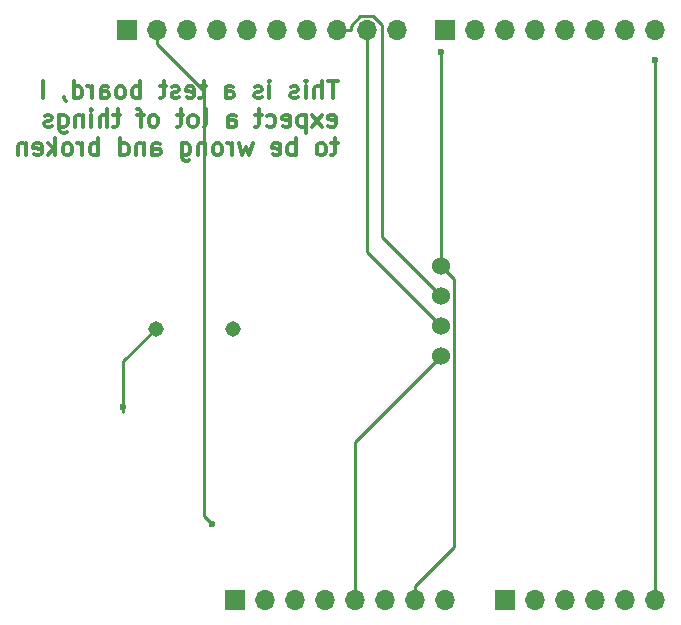
<source format=gbr>
%TF.GenerationSoftware,KiCad,Pcbnew,8.0.8*%
%TF.CreationDate,2025-02-15T02:14:19-07:00*%
%TF.ProjectId,bubble_detector_v2_shield,62756262-6c65-45f6-9465-746563746f72,rev?*%
%TF.SameCoordinates,Original*%
%TF.FileFunction,Copper,L2,Bot*%
%TF.FilePolarity,Positive*%
%FSLAX46Y46*%
G04 Gerber Fmt 4.6, Leading zero omitted, Abs format (unit mm)*
G04 Created by KiCad (PCBNEW 8.0.8) date 2025-02-15 02:14:19*
%MOMM*%
%LPD*%
G01*
G04 APERTURE LIST*
%ADD10C,0.300000*%
%TA.AperFunction,NonConductor*%
%ADD11C,0.300000*%
%TD*%
%TA.AperFunction,ComponentPad*%
%ADD12R,1.700000X1.700000*%
%TD*%
%TA.AperFunction,ComponentPad*%
%ADD13O,1.700000X1.700000*%
%TD*%
%TA.AperFunction,ComponentPad*%
%ADD14C,1.530000*%
%TD*%
%TA.AperFunction,ComponentPad*%
%ADD15C,1.308000*%
%TD*%
%TA.AperFunction,ViaPad*%
%ADD16C,0.600000*%
%TD*%
%TA.AperFunction,Conductor*%
%ADD17C,0.250000*%
%TD*%
G04 APERTURE END LIST*
D10*
D11*
X136659774Y-53470996D02*
X135802632Y-53470996D01*
X136231203Y-54970996D02*
X136231203Y-53470996D01*
X135302632Y-54970996D02*
X135302632Y-53470996D01*
X134659775Y-54970996D02*
X134659775Y-54185282D01*
X134659775Y-54185282D02*
X134731203Y-54042425D01*
X134731203Y-54042425D02*
X134874060Y-53970996D01*
X134874060Y-53970996D02*
X135088346Y-53970996D01*
X135088346Y-53970996D02*
X135231203Y-54042425D01*
X135231203Y-54042425D02*
X135302632Y-54113853D01*
X133945489Y-54970996D02*
X133945489Y-53970996D01*
X133945489Y-53470996D02*
X134016917Y-53542425D01*
X134016917Y-53542425D02*
X133945489Y-53613853D01*
X133945489Y-53613853D02*
X133874060Y-53542425D01*
X133874060Y-53542425D02*
X133945489Y-53470996D01*
X133945489Y-53470996D02*
X133945489Y-53613853D01*
X133302631Y-54899568D02*
X133159774Y-54970996D01*
X133159774Y-54970996D02*
X132874060Y-54970996D01*
X132874060Y-54970996D02*
X132731203Y-54899568D01*
X132731203Y-54899568D02*
X132659774Y-54756710D01*
X132659774Y-54756710D02*
X132659774Y-54685282D01*
X132659774Y-54685282D02*
X132731203Y-54542425D01*
X132731203Y-54542425D02*
X132874060Y-54470996D01*
X132874060Y-54470996D02*
X133088346Y-54470996D01*
X133088346Y-54470996D02*
X133231203Y-54399568D01*
X133231203Y-54399568D02*
X133302631Y-54256710D01*
X133302631Y-54256710D02*
X133302631Y-54185282D01*
X133302631Y-54185282D02*
X133231203Y-54042425D01*
X133231203Y-54042425D02*
X133088346Y-53970996D01*
X133088346Y-53970996D02*
X132874060Y-53970996D01*
X132874060Y-53970996D02*
X132731203Y-54042425D01*
X130874060Y-54970996D02*
X130874060Y-53970996D01*
X130874060Y-53470996D02*
X130945488Y-53542425D01*
X130945488Y-53542425D02*
X130874060Y-53613853D01*
X130874060Y-53613853D02*
X130802631Y-53542425D01*
X130802631Y-53542425D02*
X130874060Y-53470996D01*
X130874060Y-53470996D02*
X130874060Y-53613853D01*
X130231202Y-54899568D02*
X130088345Y-54970996D01*
X130088345Y-54970996D02*
X129802631Y-54970996D01*
X129802631Y-54970996D02*
X129659774Y-54899568D01*
X129659774Y-54899568D02*
X129588345Y-54756710D01*
X129588345Y-54756710D02*
X129588345Y-54685282D01*
X129588345Y-54685282D02*
X129659774Y-54542425D01*
X129659774Y-54542425D02*
X129802631Y-54470996D01*
X129802631Y-54470996D02*
X130016917Y-54470996D01*
X130016917Y-54470996D02*
X130159774Y-54399568D01*
X130159774Y-54399568D02*
X130231202Y-54256710D01*
X130231202Y-54256710D02*
X130231202Y-54185282D01*
X130231202Y-54185282D02*
X130159774Y-54042425D01*
X130159774Y-54042425D02*
X130016917Y-53970996D01*
X130016917Y-53970996D02*
X129802631Y-53970996D01*
X129802631Y-53970996D02*
X129659774Y-54042425D01*
X127159774Y-54970996D02*
X127159774Y-54185282D01*
X127159774Y-54185282D02*
X127231202Y-54042425D01*
X127231202Y-54042425D02*
X127374059Y-53970996D01*
X127374059Y-53970996D02*
X127659774Y-53970996D01*
X127659774Y-53970996D02*
X127802631Y-54042425D01*
X127159774Y-54899568D02*
X127302631Y-54970996D01*
X127302631Y-54970996D02*
X127659774Y-54970996D01*
X127659774Y-54970996D02*
X127802631Y-54899568D01*
X127802631Y-54899568D02*
X127874059Y-54756710D01*
X127874059Y-54756710D02*
X127874059Y-54613853D01*
X127874059Y-54613853D02*
X127802631Y-54470996D01*
X127802631Y-54470996D02*
X127659774Y-54399568D01*
X127659774Y-54399568D02*
X127302631Y-54399568D01*
X127302631Y-54399568D02*
X127159774Y-54328139D01*
X125516916Y-53970996D02*
X124945488Y-53970996D01*
X125302631Y-53470996D02*
X125302631Y-54756710D01*
X125302631Y-54756710D02*
X125231202Y-54899568D01*
X125231202Y-54899568D02*
X125088345Y-54970996D01*
X125088345Y-54970996D02*
X124945488Y-54970996D01*
X123874059Y-54899568D02*
X124016916Y-54970996D01*
X124016916Y-54970996D02*
X124302631Y-54970996D01*
X124302631Y-54970996D02*
X124445488Y-54899568D01*
X124445488Y-54899568D02*
X124516916Y-54756710D01*
X124516916Y-54756710D02*
X124516916Y-54185282D01*
X124516916Y-54185282D02*
X124445488Y-54042425D01*
X124445488Y-54042425D02*
X124302631Y-53970996D01*
X124302631Y-53970996D02*
X124016916Y-53970996D01*
X124016916Y-53970996D02*
X123874059Y-54042425D01*
X123874059Y-54042425D02*
X123802631Y-54185282D01*
X123802631Y-54185282D02*
X123802631Y-54328139D01*
X123802631Y-54328139D02*
X124516916Y-54470996D01*
X123231202Y-54899568D02*
X123088345Y-54970996D01*
X123088345Y-54970996D02*
X122802631Y-54970996D01*
X122802631Y-54970996D02*
X122659774Y-54899568D01*
X122659774Y-54899568D02*
X122588345Y-54756710D01*
X122588345Y-54756710D02*
X122588345Y-54685282D01*
X122588345Y-54685282D02*
X122659774Y-54542425D01*
X122659774Y-54542425D02*
X122802631Y-54470996D01*
X122802631Y-54470996D02*
X123016917Y-54470996D01*
X123016917Y-54470996D02*
X123159774Y-54399568D01*
X123159774Y-54399568D02*
X123231202Y-54256710D01*
X123231202Y-54256710D02*
X123231202Y-54185282D01*
X123231202Y-54185282D02*
X123159774Y-54042425D01*
X123159774Y-54042425D02*
X123016917Y-53970996D01*
X123016917Y-53970996D02*
X122802631Y-53970996D01*
X122802631Y-53970996D02*
X122659774Y-54042425D01*
X122159773Y-53970996D02*
X121588345Y-53970996D01*
X121945488Y-53470996D02*
X121945488Y-54756710D01*
X121945488Y-54756710D02*
X121874059Y-54899568D01*
X121874059Y-54899568D02*
X121731202Y-54970996D01*
X121731202Y-54970996D02*
X121588345Y-54970996D01*
X119945488Y-54970996D02*
X119945488Y-53470996D01*
X119945488Y-54042425D02*
X119802631Y-53970996D01*
X119802631Y-53970996D02*
X119516916Y-53970996D01*
X119516916Y-53970996D02*
X119374059Y-54042425D01*
X119374059Y-54042425D02*
X119302631Y-54113853D01*
X119302631Y-54113853D02*
X119231202Y-54256710D01*
X119231202Y-54256710D02*
X119231202Y-54685282D01*
X119231202Y-54685282D02*
X119302631Y-54828139D01*
X119302631Y-54828139D02*
X119374059Y-54899568D01*
X119374059Y-54899568D02*
X119516916Y-54970996D01*
X119516916Y-54970996D02*
X119802631Y-54970996D01*
X119802631Y-54970996D02*
X119945488Y-54899568D01*
X118374059Y-54970996D02*
X118516916Y-54899568D01*
X118516916Y-54899568D02*
X118588345Y-54828139D01*
X118588345Y-54828139D02*
X118659773Y-54685282D01*
X118659773Y-54685282D02*
X118659773Y-54256710D01*
X118659773Y-54256710D02*
X118588345Y-54113853D01*
X118588345Y-54113853D02*
X118516916Y-54042425D01*
X118516916Y-54042425D02*
X118374059Y-53970996D01*
X118374059Y-53970996D02*
X118159773Y-53970996D01*
X118159773Y-53970996D02*
X118016916Y-54042425D01*
X118016916Y-54042425D02*
X117945488Y-54113853D01*
X117945488Y-54113853D02*
X117874059Y-54256710D01*
X117874059Y-54256710D02*
X117874059Y-54685282D01*
X117874059Y-54685282D02*
X117945488Y-54828139D01*
X117945488Y-54828139D02*
X118016916Y-54899568D01*
X118016916Y-54899568D02*
X118159773Y-54970996D01*
X118159773Y-54970996D02*
X118374059Y-54970996D01*
X116588345Y-54970996D02*
X116588345Y-54185282D01*
X116588345Y-54185282D02*
X116659773Y-54042425D01*
X116659773Y-54042425D02*
X116802630Y-53970996D01*
X116802630Y-53970996D02*
X117088345Y-53970996D01*
X117088345Y-53970996D02*
X117231202Y-54042425D01*
X116588345Y-54899568D02*
X116731202Y-54970996D01*
X116731202Y-54970996D02*
X117088345Y-54970996D01*
X117088345Y-54970996D02*
X117231202Y-54899568D01*
X117231202Y-54899568D02*
X117302630Y-54756710D01*
X117302630Y-54756710D02*
X117302630Y-54613853D01*
X117302630Y-54613853D02*
X117231202Y-54470996D01*
X117231202Y-54470996D02*
X117088345Y-54399568D01*
X117088345Y-54399568D02*
X116731202Y-54399568D01*
X116731202Y-54399568D02*
X116588345Y-54328139D01*
X115874059Y-54970996D02*
X115874059Y-53970996D01*
X115874059Y-54256710D02*
X115802630Y-54113853D01*
X115802630Y-54113853D02*
X115731202Y-54042425D01*
X115731202Y-54042425D02*
X115588344Y-53970996D01*
X115588344Y-53970996D02*
X115445487Y-53970996D01*
X114302631Y-54970996D02*
X114302631Y-53470996D01*
X114302631Y-54899568D02*
X114445488Y-54970996D01*
X114445488Y-54970996D02*
X114731202Y-54970996D01*
X114731202Y-54970996D02*
X114874059Y-54899568D01*
X114874059Y-54899568D02*
X114945488Y-54828139D01*
X114945488Y-54828139D02*
X115016916Y-54685282D01*
X115016916Y-54685282D02*
X115016916Y-54256710D01*
X115016916Y-54256710D02*
X114945488Y-54113853D01*
X114945488Y-54113853D02*
X114874059Y-54042425D01*
X114874059Y-54042425D02*
X114731202Y-53970996D01*
X114731202Y-53970996D02*
X114445488Y-53970996D01*
X114445488Y-53970996D02*
X114302631Y-54042425D01*
X113516916Y-54899568D02*
X113516916Y-54970996D01*
X113516916Y-54970996D02*
X113588345Y-55113853D01*
X113588345Y-55113853D02*
X113659773Y-55185282D01*
X111731202Y-54970996D02*
X111731202Y-53470996D01*
X135874060Y-57314484D02*
X136016917Y-57385912D01*
X136016917Y-57385912D02*
X136302632Y-57385912D01*
X136302632Y-57385912D02*
X136445489Y-57314484D01*
X136445489Y-57314484D02*
X136516917Y-57171626D01*
X136516917Y-57171626D02*
X136516917Y-56600198D01*
X136516917Y-56600198D02*
X136445489Y-56457341D01*
X136445489Y-56457341D02*
X136302632Y-56385912D01*
X136302632Y-56385912D02*
X136016917Y-56385912D01*
X136016917Y-56385912D02*
X135874060Y-56457341D01*
X135874060Y-56457341D02*
X135802632Y-56600198D01*
X135802632Y-56600198D02*
X135802632Y-56743055D01*
X135802632Y-56743055D02*
X136516917Y-56885912D01*
X135302632Y-57385912D02*
X134516918Y-56385912D01*
X135302632Y-56385912D02*
X134516918Y-57385912D01*
X133945489Y-56385912D02*
X133945489Y-57885912D01*
X133945489Y-56457341D02*
X133802632Y-56385912D01*
X133802632Y-56385912D02*
X133516917Y-56385912D01*
X133516917Y-56385912D02*
X133374060Y-56457341D01*
X133374060Y-56457341D02*
X133302632Y-56528769D01*
X133302632Y-56528769D02*
X133231203Y-56671626D01*
X133231203Y-56671626D02*
X133231203Y-57100198D01*
X133231203Y-57100198D02*
X133302632Y-57243055D01*
X133302632Y-57243055D02*
X133374060Y-57314484D01*
X133374060Y-57314484D02*
X133516917Y-57385912D01*
X133516917Y-57385912D02*
X133802632Y-57385912D01*
X133802632Y-57385912D02*
X133945489Y-57314484D01*
X132016917Y-57314484D02*
X132159774Y-57385912D01*
X132159774Y-57385912D02*
X132445489Y-57385912D01*
X132445489Y-57385912D02*
X132588346Y-57314484D01*
X132588346Y-57314484D02*
X132659774Y-57171626D01*
X132659774Y-57171626D02*
X132659774Y-56600198D01*
X132659774Y-56600198D02*
X132588346Y-56457341D01*
X132588346Y-56457341D02*
X132445489Y-56385912D01*
X132445489Y-56385912D02*
X132159774Y-56385912D01*
X132159774Y-56385912D02*
X132016917Y-56457341D01*
X132016917Y-56457341D02*
X131945489Y-56600198D01*
X131945489Y-56600198D02*
X131945489Y-56743055D01*
X131945489Y-56743055D02*
X132659774Y-56885912D01*
X130659775Y-57314484D02*
X130802632Y-57385912D01*
X130802632Y-57385912D02*
X131088346Y-57385912D01*
X131088346Y-57385912D02*
X131231203Y-57314484D01*
X131231203Y-57314484D02*
X131302632Y-57243055D01*
X131302632Y-57243055D02*
X131374060Y-57100198D01*
X131374060Y-57100198D02*
X131374060Y-56671626D01*
X131374060Y-56671626D02*
X131302632Y-56528769D01*
X131302632Y-56528769D02*
X131231203Y-56457341D01*
X131231203Y-56457341D02*
X131088346Y-56385912D01*
X131088346Y-56385912D02*
X130802632Y-56385912D01*
X130802632Y-56385912D02*
X130659775Y-56457341D01*
X130231203Y-56385912D02*
X129659775Y-56385912D01*
X130016918Y-55885912D02*
X130016918Y-57171626D01*
X130016918Y-57171626D02*
X129945489Y-57314484D01*
X129945489Y-57314484D02*
X129802632Y-57385912D01*
X129802632Y-57385912D02*
X129659775Y-57385912D01*
X127374061Y-57385912D02*
X127374061Y-56600198D01*
X127374061Y-56600198D02*
X127445489Y-56457341D01*
X127445489Y-56457341D02*
X127588346Y-56385912D01*
X127588346Y-56385912D02*
X127874061Y-56385912D01*
X127874061Y-56385912D02*
X128016918Y-56457341D01*
X127374061Y-57314484D02*
X127516918Y-57385912D01*
X127516918Y-57385912D02*
X127874061Y-57385912D01*
X127874061Y-57385912D02*
X128016918Y-57314484D01*
X128016918Y-57314484D02*
X128088346Y-57171626D01*
X128088346Y-57171626D02*
X128088346Y-57028769D01*
X128088346Y-57028769D02*
X128016918Y-56885912D01*
X128016918Y-56885912D02*
X127874061Y-56814484D01*
X127874061Y-56814484D02*
X127516918Y-56814484D01*
X127516918Y-56814484D02*
X127374061Y-56743055D01*
X125302632Y-57385912D02*
X125445489Y-57314484D01*
X125445489Y-57314484D02*
X125516918Y-57171626D01*
X125516918Y-57171626D02*
X125516918Y-55885912D01*
X124516918Y-57385912D02*
X124659775Y-57314484D01*
X124659775Y-57314484D02*
X124731204Y-57243055D01*
X124731204Y-57243055D02*
X124802632Y-57100198D01*
X124802632Y-57100198D02*
X124802632Y-56671626D01*
X124802632Y-56671626D02*
X124731204Y-56528769D01*
X124731204Y-56528769D02*
X124659775Y-56457341D01*
X124659775Y-56457341D02*
X124516918Y-56385912D01*
X124516918Y-56385912D02*
X124302632Y-56385912D01*
X124302632Y-56385912D02*
X124159775Y-56457341D01*
X124159775Y-56457341D02*
X124088347Y-56528769D01*
X124088347Y-56528769D02*
X124016918Y-56671626D01*
X124016918Y-56671626D02*
X124016918Y-57100198D01*
X124016918Y-57100198D02*
X124088347Y-57243055D01*
X124088347Y-57243055D02*
X124159775Y-57314484D01*
X124159775Y-57314484D02*
X124302632Y-57385912D01*
X124302632Y-57385912D02*
X124516918Y-57385912D01*
X123588346Y-56385912D02*
X123016918Y-56385912D01*
X123374061Y-55885912D02*
X123374061Y-57171626D01*
X123374061Y-57171626D02*
X123302632Y-57314484D01*
X123302632Y-57314484D02*
X123159775Y-57385912D01*
X123159775Y-57385912D02*
X123016918Y-57385912D01*
X121159775Y-57385912D02*
X121302632Y-57314484D01*
X121302632Y-57314484D02*
X121374061Y-57243055D01*
X121374061Y-57243055D02*
X121445489Y-57100198D01*
X121445489Y-57100198D02*
X121445489Y-56671626D01*
X121445489Y-56671626D02*
X121374061Y-56528769D01*
X121374061Y-56528769D02*
X121302632Y-56457341D01*
X121302632Y-56457341D02*
X121159775Y-56385912D01*
X121159775Y-56385912D02*
X120945489Y-56385912D01*
X120945489Y-56385912D02*
X120802632Y-56457341D01*
X120802632Y-56457341D02*
X120731204Y-56528769D01*
X120731204Y-56528769D02*
X120659775Y-56671626D01*
X120659775Y-56671626D02*
X120659775Y-57100198D01*
X120659775Y-57100198D02*
X120731204Y-57243055D01*
X120731204Y-57243055D02*
X120802632Y-57314484D01*
X120802632Y-57314484D02*
X120945489Y-57385912D01*
X120945489Y-57385912D02*
X121159775Y-57385912D01*
X120231203Y-56385912D02*
X119659775Y-56385912D01*
X120016918Y-57385912D02*
X120016918Y-56100198D01*
X120016918Y-56100198D02*
X119945489Y-55957341D01*
X119945489Y-55957341D02*
X119802632Y-55885912D01*
X119802632Y-55885912D02*
X119659775Y-55885912D01*
X118231203Y-56385912D02*
X117659775Y-56385912D01*
X118016918Y-55885912D02*
X118016918Y-57171626D01*
X118016918Y-57171626D02*
X117945489Y-57314484D01*
X117945489Y-57314484D02*
X117802632Y-57385912D01*
X117802632Y-57385912D02*
X117659775Y-57385912D01*
X117159775Y-57385912D02*
X117159775Y-55885912D01*
X116516918Y-57385912D02*
X116516918Y-56600198D01*
X116516918Y-56600198D02*
X116588346Y-56457341D01*
X116588346Y-56457341D02*
X116731203Y-56385912D01*
X116731203Y-56385912D02*
X116945489Y-56385912D01*
X116945489Y-56385912D02*
X117088346Y-56457341D01*
X117088346Y-56457341D02*
X117159775Y-56528769D01*
X115802632Y-57385912D02*
X115802632Y-56385912D01*
X115802632Y-55885912D02*
X115874060Y-55957341D01*
X115874060Y-55957341D02*
X115802632Y-56028769D01*
X115802632Y-56028769D02*
X115731203Y-55957341D01*
X115731203Y-55957341D02*
X115802632Y-55885912D01*
X115802632Y-55885912D02*
X115802632Y-56028769D01*
X115088346Y-56385912D02*
X115088346Y-57385912D01*
X115088346Y-56528769D02*
X115016917Y-56457341D01*
X115016917Y-56457341D02*
X114874060Y-56385912D01*
X114874060Y-56385912D02*
X114659774Y-56385912D01*
X114659774Y-56385912D02*
X114516917Y-56457341D01*
X114516917Y-56457341D02*
X114445489Y-56600198D01*
X114445489Y-56600198D02*
X114445489Y-57385912D01*
X113088346Y-56385912D02*
X113088346Y-57600198D01*
X113088346Y-57600198D02*
X113159774Y-57743055D01*
X113159774Y-57743055D02*
X113231203Y-57814484D01*
X113231203Y-57814484D02*
X113374060Y-57885912D01*
X113374060Y-57885912D02*
X113588346Y-57885912D01*
X113588346Y-57885912D02*
X113731203Y-57814484D01*
X113088346Y-57314484D02*
X113231203Y-57385912D01*
X113231203Y-57385912D02*
X113516917Y-57385912D01*
X113516917Y-57385912D02*
X113659774Y-57314484D01*
X113659774Y-57314484D02*
X113731203Y-57243055D01*
X113731203Y-57243055D02*
X113802631Y-57100198D01*
X113802631Y-57100198D02*
X113802631Y-56671626D01*
X113802631Y-56671626D02*
X113731203Y-56528769D01*
X113731203Y-56528769D02*
X113659774Y-56457341D01*
X113659774Y-56457341D02*
X113516917Y-56385912D01*
X113516917Y-56385912D02*
X113231203Y-56385912D01*
X113231203Y-56385912D02*
X113088346Y-56457341D01*
X112445488Y-57314484D02*
X112302631Y-57385912D01*
X112302631Y-57385912D02*
X112016917Y-57385912D01*
X112016917Y-57385912D02*
X111874060Y-57314484D01*
X111874060Y-57314484D02*
X111802631Y-57171626D01*
X111802631Y-57171626D02*
X111802631Y-57100198D01*
X111802631Y-57100198D02*
X111874060Y-56957341D01*
X111874060Y-56957341D02*
X112016917Y-56885912D01*
X112016917Y-56885912D02*
X112231203Y-56885912D01*
X112231203Y-56885912D02*
X112374060Y-56814484D01*
X112374060Y-56814484D02*
X112445488Y-56671626D01*
X112445488Y-56671626D02*
X112445488Y-56600198D01*
X112445488Y-56600198D02*
X112374060Y-56457341D01*
X112374060Y-56457341D02*
X112231203Y-56385912D01*
X112231203Y-56385912D02*
X112016917Y-56385912D01*
X112016917Y-56385912D02*
X111874060Y-56457341D01*
X136659774Y-58800828D02*
X136088346Y-58800828D01*
X136445489Y-58300828D02*
X136445489Y-59586542D01*
X136445489Y-59586542D02*
X136374060Y-59729400D01*
X136374060Y-59729400D02*
X136231203Y-59800828D01*
X136231203Y-59800828D02*
X136088346Y-59800828D01*
X135374060Y-59800828D02*
X135516917Y-59729400D01*
X135516917Y-59729400D02*
X135588346Y-59657971D01*
X135588346Y-59657971D02*
X135659774Y-59515114D01*
X135659774Y-59515114D02*
X135659774Y-59086542D01*
X135659774Y-59086542D02*
X135588346Y-58943685D01*
X135588346Y-58943685D02*
X135516917Y-58872257D01*
X135516917Y-58872257D02*
X135374060Y-58800828D01*
X135374060Y-58800828D02*
X135159774Y-58800828D01*
X135159774Y-58800828D02*
X135016917Y-58872257D01*
X135016917Y-58872257D02*
X134945489Y-58943685D01*
X134945489Y-58943685D02*
X134874060Y-59086542D01*
X134874060Y-59086542D02*
X134874060Y-59515114D01*
X134874060Y-59515114D02*
X134945489Y-59657971D01*
X134945489Y-59657971D02*
X135016917Y-59729400D01*
X135016917Y-59729400D02*
X135159774Y-59800828D01*
X135159774Y-59800828D02*
X135374060Y-59800828D01*
X133088346Y-59800828D02*
X133088346Y-58300828D01*
X133088346Y-58872257D02*
X132945489Y-58800828D01*
X132945489Y-58800828D02*
X132659774Y-58800828D01*
X132659774Y-58800828D02*
X132516917Y-58872257D01*
X132516917Y-58872257D02*
X132445489Y-58943685D01*
X132445489Y-58943685D02*
X132374060Y-59086542D01*
X132374060Y-59086542D02*
X132374060Y-59515114D01*
X132374060Y-59515114D02*
X132445489Y-59657971D01*
X132445489Y-59657971D02*
X132516917Y-59729400D01*
X132516917Y-59729400D02*
X132659774Y-59800828D01*
X132659774Y-59800828D02*
X132945489Y-59800828D01*
X132945489Y-59800828D02*
X133088346Y-59729400D01*
X131159774Y-59729400D02*
X131302631Y-59800828D01*
X131302631Y-59800828D02*
X131588346Y-59800828D01*
X131588346Y-59800828D02*
X131731203Y-59729400D01*
X131731203Y-59729400D02*
X131802631Y-59586542D01*
X131802631Y-59586542D02*
X131802631Y-59015114D01*
X131802631Y-59015114D02*
X131731203Y-58872257D01*
X131731203Y-58872257D02*
X131588346Y-58800828D01*
X131588346Y-58800828D02*
X131302631Y-58800828D01*
X131302631Y-58800828D02*
X131159774Y-58872257D01*
X131159774Y-58872257D02*
X131088346Y-59015114D01*
X131088346Y-59015114D02*
X131088346Y-59157971D01*
X131088346Y-59157971D02*
X131802631Y-59300828D01*
X129445489Y-58800828D02*
X129159775Y-59800828D01*
X129159775Y-59800828D02*
X128874060Y-59086542D01*
X128874060Y-59086542D02*
X128588346Y-59800828D01*
X128588346Y-59800828D02*
X128302632Y-58800828D01*
X127731203Y-59800828D02*
X127731203Y-58800828D01*
X127731203Y-59086542D02*
X127659774Y-58943685D01*
X127659774Y-58943685D02*
X127588346Y-58872257D01*
X127588346Y-58872257D02*
X127445488Y-58800828D01*
X127445488Y-58800828D02*
X127302631Y-58800828D01*
X126588346Y-59800828D02*
X126731203Y-59729400D01*
X126731203Y-59729400D02*
X126802632Y-59657971D01*
X126802632Y-59657971D02*
X126874060Y-59515114D01*
X126874060Y-59515114D02*
X126874060Y-59086542D01*
X126874060Y-59086542D02*
X126802632Y-58943685D01*
X126802632Y-58943685D02*
X126731203Y-58872257D01*
X126731203Y-58872257D02*
X126588346Y-58800828D01*
X126588346Y-58800828D02*
X126374060Y-58800828D01*
X126374060Y-58800828D02*
X126231203Y-58872257D01*
X126231203Y-58872257D02*
X126159775Y-58943685D01*
X126159775Y-58943685D02*
X126088346Y-59086542D01*
X126088346Y-59086542D02*
X126088346Y-59515114D01*
X126088346Y-59515114D02*
X126159775Y-59657971D01*
X126159775Y-59657971D02*
X126231203Y-59729400D01*
X126231203Y-59729400D02*
X126374060Y-59800828D01*
X126374060Y-59800828D02*
X126588346Y-59800828D01*
X125445489Y-58800828D02*
X125445489Y-59800828D01*
X125445489Y-58943685D02*
X125374060Y-58872257D01*
X125374060Y-58872257D02*
X125231203Y-58800828D01*
X125231203Y-58800828D02*
X125016917Y-58800828D01*
X125016917Y-58800828D02*
X124874060Y-58872257D01*
X124874060Y-58872257D02*
X124802632Y-59015114D01*
X124802632Y-59015114D02*
X124802632Y-59800828D01*
X123445489Y-58800828D02*
X123445489Y-60015114D01*
X123445489Y-60015114D02*
X123516917Y-60157971D01*
X123516917Y-60157971D02*
X123588346Y-60229400D01*
X123588346Y-60229400D02*
X123731203Y-60300828D01*
X123731203Y-60300828D02*
X123945489Y-60300828D01*
X123945489Y-60300828D02*
X124088346Y-60229400D01*
X123445489Y-59729400D02*
X123588346Y-59800828D01*
X123588346Y-59800828D02*
X123874060Y-59800828D01*
X123874060Y-59800828D02*
X124016917Y-59729400D01*
X124016917Y-59729400D02*
X124088346Y-59657971D01*
X124088346Y-59657971D02*
X124159774Y-59515114D01*
X124159774Y-59515114D02*
X124159774Y-59086542D01*
X124159774Y-59086542D02*
X124088346Y-58943685D01*
X124088346Y-58943685D02*
X124016917Y-58872257D01*
X124016917Y-58872257D02*
X123874060Y-58800828D01*
X123874060Y-58800828D02*
X123588346Y-58800828D01*
X123588346Y-58800828D02*
X123445489Y-58872257D01*
X120945489Y-59800828D02*
X120945489Y-59015114D01*
X120945489Y-59015114D02*
X121016917Y-58872257D01*
X121016917Y-58872257D02*
X121159774Y-58800828D01*
X121159774Y-58800828D02*
X121445489Y-58800828D01*
X121445489Y-58800828D02*
X121588346Y-58872257D01*
X120945489Y-59729400D02*
X121088346Y-59800828D01*
X121088346Y-59800828D02*
X121445489Y-59800828D01*
X121445489Y-59800828D02*
X121588346Y-59729400D01*
X121588346Y-59729400D02*
X121659774Y-59586542D01*
X121659774Y-59586542D02*
X121659774Y-59443685D01*
X121659774Y-59443685D02*
X121588346Y-59300828D01*
X121588346Y-59300828D02*
X121445489Y-59229400D01*
X121445489Y-59229400D02*
X121088346Y-59229400D01*
X121088346Y-59229400D02*
X120945489Y-59157971D01*
X120231203Y-58800828D02*
X120231203Y-59800828D01*
X120231203Y-58943685D02*
X120159774Y-58872257D01*
X120159774Y-58872257D02*
X120016917Y-58800828D01*
X120016917Y-58800828D02*
X119802631Y-58800828D01*
X119802631Y-58800828D02*
X119659774Y-58872257D01*
X119659774Y-58872257D02*
X119588346Y-59015114D01*
X119588346Y-59015114D02*
X119588346Y-59800828D01*
X118231203Y-59800828D02*
X118231203Y-58300828D01*
X118231203Y-59729400D02*
X118374060Y-59800828D01*
X118374060Y-59800828D02*
X118659774Y-59800828D01*
X118659774Y-59800828D02*
X118802631Y-59729400D01*
X118802631Y-59729400D02*
X118874060Y-59657971D01*
X118874060Y-59657971D02*
X118945488Y-59515114D01*
X118945488Y-59515114D02*
X118945488Y-59086542D01*
X118945488Y-59086542D02*
X118874060Y-58943685D01*
X118874060Y-58943685D02*
X118802631Y-58872257D01*
X118802631Y-58872257D02*
X118659774Y-58800828D01*
X118659774Y-58800828D02*
X118374060Y-58800828D01*
X118374060Y-58800828D02*
X118231203Y-58872257D01*
X116374060Y-59800828D02*
X116374060Y-58300828D01*
X116374060Y-58872257D02*
X116231203Y-58800828D01*
X116231203Y-58800828D02*
X115945488Y-58800828D01*
X115945488Y-58800828D02*
X115802631Y-58872257D01*
X115802631Y-58872257D02*
X115731203Y-58943685D01*
X115731203Y-58943685D02*
X115659774Y-59086542D01*
X115659774Y-59086542D02*
X115659774Y-59515114D01*
X115659774Y-59515114D02*
X115731203Y-59657971D01*
X115731203Y-59657971D02*
X115802631Y-59729400D01*
X115802631Y-59729400D02*
X115945488Y-59800828D01*
X115945488Y-59800828D02*
X116231203Y-59800828D01*
X116231203Y-59800828D02*
X116374060Y-59729400D01*
X115016917Y-59800828D02*
X115016917Y-58800828D01*
X115016917Y-59086542D02*
X114945488Y-58943685D01*
X114945488Y-58943685D02*
X114874060Y-58872257D01*
X114874060Y-58872257D02*
X114731202Y-58800828D01*
X114731202Y-58800828D02*
X114588345Y-58800828D01*
X113874060Y-59800828D02*
X114016917Y-59729400D01*
X114016917Y-59729400D02*
X114088346Y-59657971D01*
X114088346Y-59657971D02*
X114159774Y-59515114D01*
X114159774Y-59515114D02*
X114159774Y-59086542D01*
X114159774Y-59086542D02*
X114088346Y-58943685D01*
X114088346Y-58943685D02*
X114016917Y-58872257D01*
X114016917Y-58872257D02*
X113874060Y-58800828D01*
X113874060Y-58800828D02*
X113659774Y-58800828D01*
X113659774Y-58800828D02*
X113516917Y-58872257D01*
X113516917Y-58872257D02*
X113445489Y-58943685D01*
X113445489Y-58943685D02*
X113374060Y-59086542D01*
X113374060Y-59086542D02*
X113374060Y-59515114D01*
X113374060Y-59515114D02*
X113445489Y-59657971D01*
X113445489Y-59657971D02*
X113516917Y-59729400D01*
X113516917Y-59729400D02*
X113659774Y-59800828D01*
X113659774Y-59800828D02*
X113874060Y-59800828D01*
X112731203Y-59800828D02*
X112731203Y-58300828D01*
X112588346Y-59229400D02*
X112159774Y-59800828D01*
X112159774Y-58800828D02*
X112731203Y-59372257D01*
X110945488Y-59729400D02*
X111088345Y-59800828D01*
X111088345Y-59800828D02*
X111374060Y-59800828D01*
X111374060Y-59800828D02*
X111516917Y-59729400D01*
X111516917Y-59729400D02*
X111588345Y-59586542D01*
X111588345Y-59586542D02*
X111588345Y-59015114D01*
X111588345Y-59015114D02*
X111516917Y-58872257D01*
X111516917Y-58872257D02*
X111374060Y-58800828D01*
X111374060Y-58800828D02*
X111088345Y-58800828D01*
X111088345Y-58800828D02*
X110945488Y-58872257D01*
X110945488Y-58872257D02*
X110874060Y-59015114D01*
X110874060Y-59015114D02*
X110874060Y-59157971D01*
X110874060Y-59157971D02*
X111588345Y-59300828D01*
X110231203Y-58800828D02*
X110231203Y-59800828D01*
X110231203Y-58943685D02*
X110159774Y-58872257D01*
X110159774Y-58872257D02*
X110016917Y-58800828D01*
X110016917Y-58800828D02*
X109802631Y-58800828D01*
X109802631Y-58800828D02*
X109659774Y-58872257D01*
X109659774Y-58872257D02*
X109588346Y-59015114D01*
X109588346Y-59015114D02*
X109588346Y-59800828D01*
D12*
%TO.P,J1,1,Pin_1*%
%TO.N,unconnected-(J1-Pin_1-Pad1)*%
X127940000Y-97460000D03*
D13*
%TO.P,J1,2,Pin_2*%
%TO.N,/IOREF*%
X130480000Y-97460000D03*
%TO.P,J1,3,Pin_3*%
%TO.N,/~{RESET}*%
X133020000Y-97460000D03*
%TO.P,J1,4,Pin_4*%
%TO.N,+3V3*%
X135560000Y-97460000D03*
%TO.P,J1,5,Pin_5*%
%TO.N,N/C*%
X138100000Y-97460000D03*
%TO.P,J1,6,Pin_6*%
%TO.N,GND*%
X140640000Y-97460000D03*
%TO.P,J1,7,Pin_7*%
X143180000Y-97460000D03*
%TO.P,J1,8,Pin_8*%
%TO.N,VCC*%
X145720000Y-97460000D03*
%TD*%
D12*
%TO.P,J3,1,Pin_1*%
%TO.N,/A0*%
X150800000Y-97460000D03*
D13*
%TO.P,J3,2,Pin_2*%
%TO.N,/A1*%
X153340000Y-97460000D03*
%TO.P,J3,3,Pin_3*%
%TO.N,/A2*%
X155880000Y-97460000D03*
%TO.P,J3,4,Pin_4*%
%TO.N,/A3*%
X158420000Y-97460000D03*
%TO.P,J3,5,Pin_5*%
%TO.N,/SDA{slash}A4*%
X160960000Y-97460000D03*
%TO.P,J3,6,Pin_6*%
%TO.N,/SCL{slash}A5*%
X163500000Y-97460000D03*
%TD*%
D12*
%TO.P,J2,1,Pin_1*%
%TO.N,/SCL{slash}A5*%
X118796000Y-49200000D03*
D13*
%TO.P,J2,2,Pin_2*%
%TO.N,/SDA{slash}A4*%
X121336000Y-49200000D03*
%TO.P,J2,3,Pin_3*%
%TO.N,/AREF*%
X123876000Y-49200000D03*
%TO.P,J2,4,Pin_4*%
%TO.N,GND*%
X126416000Y-49200000D03*
%TO.P,J2,5,Pin_5*%
%TO.N,/13*%
X128956000Y-49200000D03*
%TO.P,J2,6,Pin_6*%
%TO.N,/12*%
X131496000Y-49200000D03*
%TO.P,J2,7,Pin_7*%
%TO.N,/\u002A11*%
X134036000Y-49200000D03*
%TO.P,J2,8,Pin_8*%
%TO.N,/\u002A10*%
X136576000Y-49200000D03*
%TO.P,J2,9,Pin_9*%
%TO.N,/\u002A9*%
X139116000Y-49200000D03*
%TO.P,J2,10,Pin_10*%
%TO.N,/8*%
X141656000Y-49200000D03*
%TD*%
D12*
%TO.P,J4,1,Pin_1*%
%TO.N,/7*%
X145720000Y-49200000D03*
D13*
%TO.P,J4,2,Pin_2*%
%TO.N,/\u002A6*%
X148260000Y-49200000D03*
%TO.P,J4,3,Pin_3*%
%TO.N,/\u002A5*%
X150800000Y-49200000D03*
%TO.P,J4,4,Pin_4*%
%TO.N,/4*%
X153340000Y-49200000D03*
%TO.P,J4,5,Pin_5*%
%TO.N,/\u002A3*%
X155880000Y-49200000D03*
%TO.P,J4,6,Pin_6*%
%TO.N,/2*%
X158420000Y-49200000D03*
%TO.P,J4,7,Pin_7*%
%TO.N,/TX{slash}1*%
X160960000Y-49200000D03*
%TO.P,J4,8,Pin_8*%
%TO.N,/RX{slash}0*%
X163500000Y-49200000D03*
%TD*%
D14*
%TO.P,U1,2,TRIG*%
%TO.N,/\u002A9*%
X145375000Y-74270000D03*
%TO.P,U1,3,ECHO*%
%TO.N,/\u002A10*%
X145375000Y-71730000D03*
%TO.P,U1,4,GND*%
%TO.N,GND*%
X145375000Y-69190000D03*
%TO.P,U1,1,VCC*%
%TO.N,+5V*%
X145375000Y-76810000D03*
%TD*%
D15*
%TO.P,REF\u002A\u002A,P*%
%TO.N,N/C*%
X121250000Y-74500000D03*
%TO.P,REF\u002A\u002A,N*%
X127750000Y-74500000D03*
%TD*%
D16*
%TO.N,/SCL{slash}A5*%
X163500000Y-51745700D03*
%TO.N,/SDA{slash}A4*%
X126000000Y-91000000D03*
%TO.N,GND*%
X145375000Y-51092300D03*
%TO.N,+5V*%
X118500000Y-81125000D03*
%TD*%
D17*
%TO.N,/\u002A9*%
X139116000Y-68011000D02*
X145375000Y-74270000D01*
X139116000Y-49200000D02*
X139116000Y-68011000D01*
%TO.N,/\u002A10*%
X140386000Y-66741000D02*
X145375000Y-71730000D01*
X140386000Y-48730100D02*
X140386000Y-66741000D01*
X139663000Y-48007500D02*
X140386000Y-48730100D01*
X138578000Y-48007500D02*
X139663000Y-48007500D01*
X137753000Y-48832300D02*
X138578000Y-48007500D01*
X137753000Y-49200000D02*
X137753000Y-48832300D01*
X136576000Y-49200000D02*
X137753000Y-49200000D01*
%TO.N,/SCL{slash}A5*%
X163500000Y-97460000D02*
X163500000Y-51745700D01*
%TO.N,/SDA{slash}A4*%
X121336000Y-50376700D02*
X121336000Y-49200000D01*
X125319000Y-54360000D02*
X121336000Y-50376700D01*
X125319000Y-90319300D02*
X125319000Y-54360000D01*
X126000000Y-91000000D02*
X125319000Y-90319300D01*
%TO.N,GND*%
X145375000Y-69190000D02*
X145375000Y-51092300D01*
X146475000Y-70290100D02*
X145375000Y-69190000D01*
X146475000Y-92988200D02*
X146475000Y-70290100D01*
X143180000Y-96283300D02*
X146475000Y-92988200D01*
X143180000Y-97460000D02*
X143180000Y-96283300D01*
%TO.N,+5V*%
X118500000Y-77375000D02*
X118500000Y-81125000D01*
X118500000Y-77375000D02*
X118500000Y-77250000D01*
X118500000Y-81125000D02*
X118500000Y-81500000D01*
X138100000Y-84085000D02*
X145375000Y-76810000D01*
X138100000Y-97460000D02*
X138100000Y-84085000D01*
X121250000Y-74500000D02*
X118500000Y-77250000D01*
%TD*%
M02*

</source>
